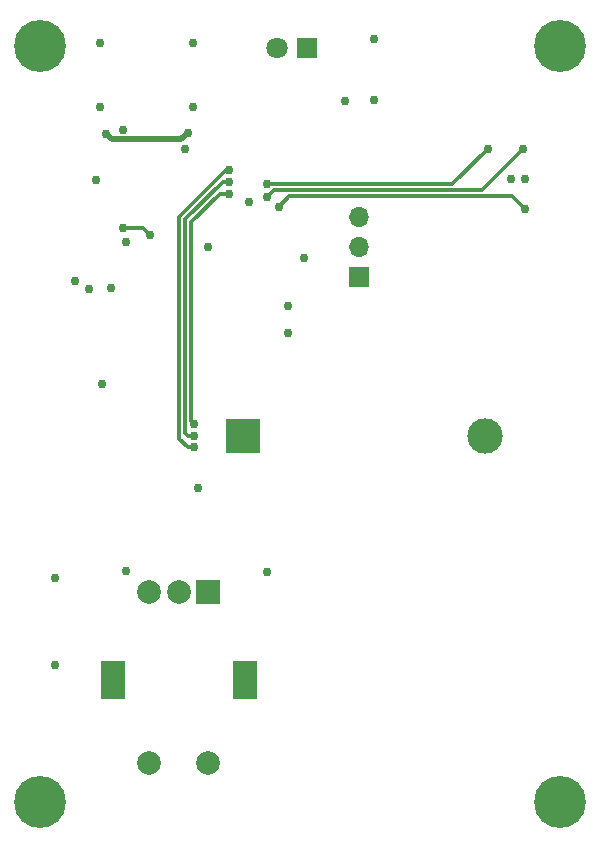
<source format=gbl>
%TF.GenerationSoftware,KiCad,Pcbnew,(5.1.6-0-10_14)*%
%TF.CreationDate,2020-07-28T22:12:12-04:00*%
%TF.ProjectId,uRemote,7552656d-6f74-4652-9e6b-696361645f70,rev?*%
%TF.SameCoordinates,Original*%
%TF.FileFunction,Copper,L4,Bot*%
%TF.FilePolarity,Positive*%
%FSLAX46Y46*%
G04 Gerber Fmt 4.6, Leading zero omitted, Abs format (unit mm)*
G04 Created by KiCad (PCBNEW (5.1.6-0-10_14)) date 2020-07-28 22:12:12*
%MOMM*%
%LPD*%
G01*
G04 APERTURE LIST*
%TA.AperFunction,ComponentPad*%
%ADD10C,3.000000*%
%TD*%
%TA.AperFunction,ComponentPad*%
%ADD11R,3.000000X3.000000*%
%TD*%
%TA.AperFunction,ComponentPad*%
%ADD12R,1.800000X1.800000*%
%TD*%
%TA.AperFunction,ComponentPad*%
%ADD13C,1.800000*%
%TD*%
%TA.AperFunction,ComponentPad*%
%ADD14R,1.700000X1.700000*%
%TD*%
%TA.AperFunction,ComponentPad*%
%ADD15O,1.700000X1.700000*%
%TD*%
%TA.AperFunction,ComponentPad*%
%ADD16C,2.000000*%
%TD*%
%TA.AperFunction,ComponentPad*%
%ADD17R,2.000000X3.200000*%
%TD*%
%TA.AperFunction,ComponentPad*%
%ADD18R,2.000000X2.000000*%
%TD*%
%TA.AperFunction,ComponentPad*%
%ADD19C,4.400000*%
%TD*%
%TA.AperFunction,ComponentPad*%
%ADD20C,0.700000*%
%TD*%
%TA.AperFunction,ViaPad*%
%ADD21C,0.750000*%
%TD*%
%TA.AperFunction,Conductor*%
%ADD22C,0.300000*%
%TD*%
%TA.AperFunction,Conductor*%
%ADD23C,0.500000*%
%TD*%
G04 APERTURE END LIST*
D10*
%TO.P,BT1,2*%
%TO.N,GND*%
X60640000Y-56050000D03*
D11*
%TO.P,BT1,1*%
%TO.N,VCC*%
X40150000Y-56050000D03*
%TD*%
D12*
%TO.P,D5,1*%
%TO.N,Net-(D5-Pad1)*%
X45540000Y-23150000D03*
D13*
%TO.P,D5,2*%
%TO.N,IRLED*%
X43000000Y-23150000D03*
%TD*%
D14*
%TO.P,BOOT0,1*%
%TO.N,VCC*%
X50000000Y-42540000D03*
D15*
%TO.P,BOOT0,2*%
%TO.N,Net-(JP1-Pad2)*%
X50000000Y-40000000D03*
%TO.P,BOOT0,3*%
%TO.N,GND*%
X50000000Y-37460000D03*
%TD*%
D16*
%TO.P,SW1,S1*%
%TO.N,GND*%
X32228500Y-83710400D03*
%TO.P,SW1,S2*%
%TO.N,Net-(R3-Pad1)*%
X37228500Y-83710400D03*
D17*
%TO.P,SW1,MP*%
%TO.N,N/C*%
X29128500Y-76710400D03*
X40328500Y-76710400D03*
D16*
%TO.P,SW1,B*%
%TO.N,Net-(R6-Pad2)*%
X32228500Y-69210400D03*
%TO.P,SW1,C*%
%TO.N,GND*%
X34728500Y-69210400D03*
D18*
%TO.P,SW1,A*%
%TO.N,Net-(R5-Pad2)*%
X37228500Y-69210400D03*
%TD*%
D19*
%TO.P,H1,1*%
%TO.N,N/C*%
X23000000Y-23000000D03*
D20*
X24650000Y-23000000D03*
X24166726Y-24166726D03*
X23000000Y-24650000D03*
X21833274Y-24166726D03*
X21350000Y-23000000D03*
X21833274Y-21833274D03*
X23000000Y-21350000D03*
X24166726Y-21833274D03*
%TD*%
%TO.P,H2,1*%
%TO.N,N/C*%
X24166726Y-85833274D03*
X23000000Y-85350000D03*
X21833274Y-85833274D03*
X21350000Y-87000000D03*
X21833274Y-88166726D03*
X23000000Y-88650000D03*
X24166726Y-88166726D03*
X24650000Y-87000000D03*
D19*
X23000000Y-87000000D03*
%TD*%
%TO.P,H3,1*%
%TO.N,N/C*%
X67000000Y-23000000D03*
D20*
X68650000Y-23000000D03*
X68166726Y-24166726D03*
X67000000Y-24650000D03*
X65833274Y-24166726D03*
X65350000Y-23000000D03*
X65833274Y-21833274D03*
X67000000Y-21350000D03*
X68166726Y-21833274D03*
%TD*%
%TO.P,H4,1*%
%TO.N,N/C*%
X68166726Y-85833274D03*
X67000000Y-85350000D03*
X65833274Y-85833274D03*
X65350000Y-87000000D03*
X65833274Y-88166726D03*
X67000000Y-88650000D03*
X68166726Y-88166726D03*
X68650000Y-87000000D03*
D19*
X67000000Y-87000000D03*
%TD*%
D21*
%TO.N,GND*%
X28067000Y-28194000D03*
X35941000Y-28194000D03*
X35941000Y-22733000D03*
X28067000Y-22733000D03*
%TO.N,SWCLK*%
X64000000Y-36800000D03*
%TO.N,SWDIO*%
X63900000Y-31700000D03*
%TO.N,RST*%
X60900000Y-31700000D03*
%TO.N,Net-(C5-Pad1)*%
X32321500Y-38989000D03*
X29972000Y-38402500D03*
%TO.N,Net-(FB1-Pad1)*%
X35496500Y-30353000D03*
X28575000Y-30416500D03*
%TO.N,RST*%
X42200000Y-34700000D03*
%TO.N,ChanA*%
X39000000Y-34500000D03*
X36000000Y-56000000D03*
%TO.N,ChanB*%
X39000000Y-35500000D03*
X36000000Y-55000000D03*
%TO.N,Button*%
X36000000Y-57000000D03*
X39000000Y-33500000D03*
%TO.N,SWDIO*%
X42200000Y-35800000D03*
%TO.N,SWCLK*%
X43200000Y-36600000D03*
%TO.N,GND*%
X29972000Y-30099000D03*
X43942000Y-45021500D03*
X43942000Y-47307500D03*
X25971500Y-42926000D03*
X30289500Y-39624000D03*
X51250000Y-27617000D03*
X51250000Y-22410000D03*
X42164000Y-67500500D03*
X30226000Y-67437000D03*
X36385500Y-60452000D03*
X64038000Y-34260000D03*
X62831500Y-34260000D03*
X35242500Y-31686500D03*
X45339000Y-40957500D03*
X37173800Y-40042200D03*
X27749500Y-34353500D03*
X48768000Y-27622500D03*
%TO.N,VCC*%
X40640000Y-36195000D03*
X29019500Y-43497500D03*
X27114500Y-43561000D03*
X24257000Y-68072000D03*
X24257000Y-75438000D03*
X28194000Y-51625500D03*
%TD*%
D22*
%TO.N,Net-(C5-Pad1)*%
X31735000Y-38402500D02*
X29972000Y-38402500D01*
X32321500Y-38989000D02*
X31735000Y-38402500D01*
D23*
%TO.N,Net-(FB1-Pad1)*%
X29082501Y-30924001D02*
X28575000Y-30416500D01*
X34925499Y-30924001D02*
X29082501Y-30924001D01*
X35496500Y-30353000D02*
X34925499Y-30924001D01*
D22*
%TO.N,RST*%
X57900000Y-34700000D02*
X60900000Y-31700000D01*
X42200000Y-34700000D02*
X57900000Y-34700000D01*
%TO.N,ChanA*%
X36000000Y-56000000D02*
X35469670Y-56000000D01*
X38469670Y-34500000D02*
X39000000Y-34500000D01*
X35274999Y-55805329D02*
X35274999Y-37694671D01*
X35274999Y-37694671D02*
X38469670Y-34500000D01*
X35469670Y-56000000D02*
X35274999Y-55805329D01*
%TO.N,ChanB*%
X35775009Y-54775009D02*
X36000000Y-55000000D01*
X38176790Y-35500000D02*
X35775009Y-37901781D01*
X35775009Y-37901781D02*
X35775009Y-54775009D01*
X39000000Y-35500000D02*
X38176790Y-35500000D01*
%TO.N,Button*%
X38762550Y-33500000D02*
X39000000Y-33500000D01*
X34774989Y-37487561D02*
X38762550Y-33500000D01*
X35469670Y-57000000D02*
X34774989Y-56305319D01*
X34774989Y-56305319D02*
X34774989Y-37487561D01*
X36000000Y-57000000D02*
X35469670Y-57000000D01*
%TO.N,SWDIO*%
X42200000Y-35800000D02*
X42799990Y-35200010D01*
X60399990Y-35200010D02*
X63900000Y-31700000D01*
X42799990Y-35200010D02*
X60399990Y-35200010D01*
%TO.N,SWCLK*%
X43200000Y-36600000D02*
X44099980Y-35700020D01*
X62900020Y-35700020D02*
X64000000Y-36800000D01*
X44099980Y-35700020D02*
X62900020Y-35700020D01*
%TD*%
M02*

</source>
